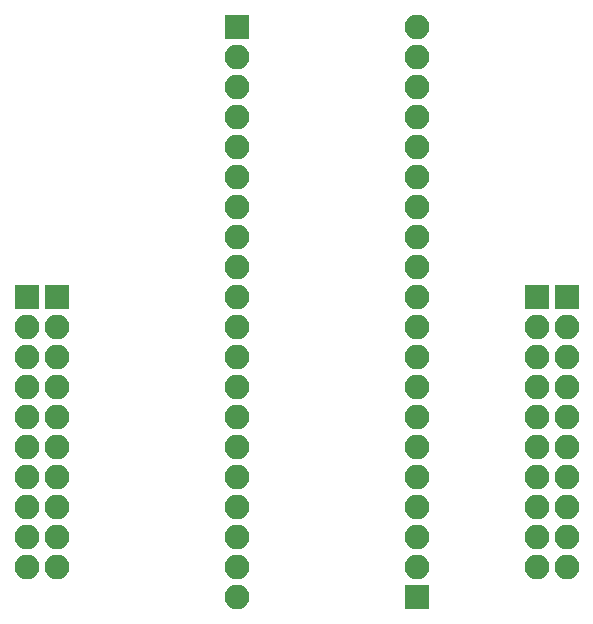
<source format=gbs>
G04 #@! TF.FileFunction,Soldermask,Bot*
%FSLAX46Y46*%
G04 Gerber Fmt 4.6, Leading zero omitted, Abs format (unit mm)*
G04 Created by KiCad (PCBNEW 4.0.7) date 01/26/18 10:19:39*
%MOMM*%
%LPD*%
G01*
G04 APERTURE LIST*
%ADD10C,0.100000*%
%ADD11R,2.100000X2.100000*%
%ADD12O,2.100000X2.100000*%
G04 APERTURE END LIST*
D10*
D11*
X101600000Y-101600000D03*
D12*
X101600000Y-104140000D03*
X101600000Y-106680000D03*
X101600000Y-109220000D03*
X101600000Y-111760000D03*
X101600000Y-114300000D03*
X101600000Y-116840000D03*
X101600000Y-119380000D03*
X101600000Y-121920000D03*
X101600000Y-124460000D03*
D11*
X147320000Y-101600000D03*
D12*
X147320000Y-104140000D03*
X147320000Y-106680000D03*
X147320000Y-109220000D03*
X147320000Y-111760000D03*
X147320000Y-114300000D03*
X147320000Y-116840000D03*
X147320000Y-119380000D03*
X147320000Y-121920000D03*
X147320000Y-124460000D03*
D11*
X104140000Y-101600000D03*
D12*
X104140000Y-104140000D03*
X104140000Y-106680000D03*
X104140000Y-109220000D03*
X104140000Y-111760000D03*
X104140000Y-114300000D03*
X104140000Y-116840000D03*
X104140000Y-119380000D03*
X104140000Y-121920000D03*
X104140000Y-124460000D03*
D11*
X144780000Y-101600000D03*
D12*
X144780000Y-104140000D03*
X144780000Y-106680000D03*
X144780000Y-109220000D03*
X144780000Y-111760000D03*
X144780000Y-114300000D03*
X144780000Y-116840000D03*
X144780000Y-119380000D03*
X144780000Y-121920000D03*
X144780000Y-124460000D03*
D11*
X134620000Y-127000000D03*
D12*
X134620000Y-124460000D03*
X134620000Y-121920000D03*
X134620000Y-119380000D03*
X134620000Y-116840000D03*
X134620000Y-114300000D03*
X134620000Y-111760000D03*
X134620000Y-109220000D03*
X134620000Y-106680000D03*
X134620000Y-104140000D03*
X134620000Y-101600000D03*
X134620000Y-99060000D03*
X134620000Y-96520000D03*
X134620000Y-93980000D03*
X134620000Y-91440000D03*
X134620000Y-88900000D03*
X134620000Y-86360000D03*
X134620000Y-83820000D03*
X134620000Y-81280000D03*
X134620000Y-78740000D03*
D11*
X119380000Y-78740000D03*
D12*
X119380000Y-81280000D03*
X119380000Y-83820000D03*
X119380000Y-86360000D03*
X119380000Y-88900000D03*
X119380000Y-91440000D03*
X119380000Y-93980000D03*
X119380000Y-96520000D03*
X119380000Y-99060000D03*
X119380000Y-101600000D03*
X119380000Y-104140000D03*
X119380000Y-106680000D03*
X119380000Y-109220000D03*
X119380000Y-111760000D03*
X119380000Y-114300000D03*
X119380000Y-116840000D03*
X119380000Y-119380000D03*
X119380000Y-121920000D03*
X119380000Y-124460000D03*
X119380000Y-127000000D03*
M02*

</source>
